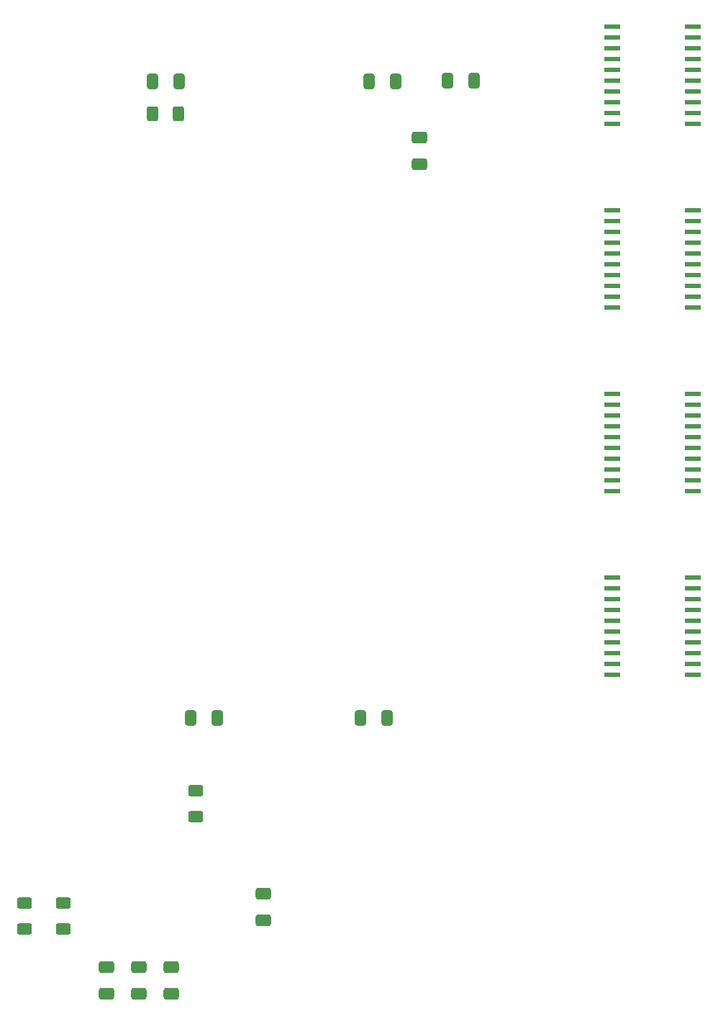
<source format=gbr>
%TF.GenerationSoftware,KiCad,Pcbnew,9.0.4*%
%TF.CreationDate,2025-09-28T00:55:06-04:00*%
%TF.ProjectId,8051,38303531-2e6b-4696-9361-645f70636258,rev?*%
%TF.SameCoordinates,Original*%
%TF.FileFunction,Paste,Top*%
%TF.FilePolarity,Positive*%
%FSLAX46Y46*%
G04 Gerber Fmt 4.6, Leading zero omitted, Abs format (unit mm)*
G04 Created by KiCad (PCBNEW 9.0.4) date 2025-09-28 00:55:06*
%MOMM*%
%LPD*%
G01*
G04 APERTURE LIST*
G04 Aperture macros list*
%AMRoundRect*
0 Rectangle with rounded corners*
0 $1 Rounding radius*
0 $2 $3 $4 $5 $6 $7 $8 $9 X,Y pos of 4 corners*
0 Add a 4 corners polygon primitive as box body*
4,1,4,$2,$3,$4,$5,$6,$7,$8,$9,$2,$3,0*
0 Add four circle primitives for the rounded corners*
1,1,$1+$1,$2,$3*
1,1,$1+$1,$4,$5*
1,1,$1+$1,$6,$7*
1,1,$1+$1,$8,$9*
0 Add four rect primitives between the rounded corners*
20,1,$1+$1,$2,$3,$4,$5,0*
20,1,$1+$1,$4,$5,$6,$7,0*
20,1,$1+$1,$6,$7,$8,$9,0*
20,1,$1+$1,$8,$9,$2,$3,0*%
G04 Aperture macros list end*
%ADD10R,1.879600X0.558800*%
%ADD11RoundRect,0.250000X0.650000X-0.412500X0.650000X0.412500X-0.650000X0.412500X-0.650000X-0.412500X0*%
%ADD12RoundRect,0.250000X0.625000X-0.400000X0.625000X0.400000X-0.625000X0.400000X-0.625000X-0.400000X0*%
%ADD13RoundRect,0.250000X0.412500X0.650000X-0.412500X0.650000X-0.412500X-0.650000X0.412500X-0.650000X0*%
%ADD14RoundRect,0.250000X0.400000X0.625000X-0.400000X0.625000X-0.400000X-0.625000X0.400000X-0.625000X0*%
%ADD15RoundRect,0.250000X-0.412500X-0.650000X0.412500X-0.650000X0.412500X0.650000X-0.412500X0.650000X0*%
%ADD16RoundRect,0.250000X-0.650000X0.412500X-0.650000X-0.412500X0.650000X-0.412500X0.650000X0.412500X0*%
G04 APERTURE END LIST*
D10*
%TO.C,U2*%
X204882100Y-37465000D03*
X204882100Y-38735000D03*
X204882100Y-40005000D03*
X204882100Y-41275000D03*
X204882100Y-42545000D03*
X204882100Y-43815000D03*
X204882100Y-45085000D03*
X204882100Y-46355000D03*
X204882100Y-47625000D03*
X204882100Y-48895000D03*
X195407900Y-48895000D03*
X195407900Y-47625000D03*
X195407900Y-46355000D03*
X195407900Y-45085000D03*
X195407900Y-43815000D03*
X195407900Y-42545000D03*
X195407900Y-41275000D03*
X195407900Y-40005000D03*
X195407900Y-38735000D03*
X195407900Y-37465000D03*
%TD*%
%TO.C,U3*%
X204882100Y-59055000D03*
X204882100Y-60325000D03*
X204882100Y-61595000D03*
X204882100Y-62865000D03*
X204882100Y-64135000D03*
X204882100Y-65405000D03*
X204882100Y-66675000D03*
X204882100Y-67945000D03*
X204882100Y-69215000D03*
X204882100Y-70485000D03*
X195407900Y-70485000D03*
X195407900Y-69215000D03*
X195407900Y-67945000D03*
X195407900Y-66675000D03*
X195407900Y-65405000D03*
X195407900Y-64135000D03*
X195407900Y-62865000D03*
X195407900Y-61595000D03*
X195407900Y-60325000D03*
X195407900Y-59055000D03*
%TD*%
%TO.C,U4*%
X195400000Y-80640000D03*
X195400000Y-81910000D03*
X195400000Y-83180000D03*
X195400000Y-84450000D03*
X195400000Y-85720000D03*
X195400000Y-86990000D03*
X195400000Y-88260000D03*
X195400000Y-89530000D03*
X195400000Y-90800000D03*
X195400000Y-92070000D03*
X204874200Y-92070000D03*
X204874200Y-90800000D03*
X204874200Y-89530000D03*
X204874200Y-88260000D03*
X204874200Y-86990000D03*
X204874200Y-85720000D03*
X204874200Y-84450000D03*
X204874200Y-83180000D03*
X204874200Y-81910000D03*
X204874200Y-80640000D03*
%TD*%
%TO.C,U5*%
X195407900Y-102235000D03*
X195407900Y-103505000D03*
X195407900Y-104775000D03*
X195407900Y-106045000D03*
X195407900Y-107315000D03*
X195407900Y-108585000D03*
X195407900Y-109855000D03*
X195407900Y-111125000D03*
X195407900Y-112395000D03*
X195407900Y-113665000D03*
X204882100Y-113665000D03*
X204882100Y-112395000D03*
X204882100Y-111125000D03*
X204882100Y-109855000D03*
X204882100Y-108585000D03*
X204882100Y-107315000D03*
X204882100Y-106045000D03*
X204882100Y-104775000D03*
X204882100Y-103505000D03*
X204882100Y-102235000D03*
%TD*%
D11*
%TO.C,C11*%
X154305000Y-139407500D03*
X154305000Y-142532500D03*
%TD*%
D12*
%TO.C,R2*%
X126230000Y-143536000D03*
X126230000Y-140436000D03*
%TD*%
%TO.C,R4*%
X146404000Y-127228000D03*
X146404000Y-130328000D03*
%TD*%
D13*
%TO.C,C3*%
X148882500Y-118745000D03*
X145757500Y-118745000D03*
%TD*%
D14*
%TO.C,R1*%
X141259000Y-47700000D03*
X144359000Y-47700000D03*
%TD*%
D15*
%TO.C,C7*%
X179108500Y-43815000D03*
X175983500Y-43815000D03*
%TD*%
D13*
%TO.C,C6*%
X166803500Y-43890000D03*
X169928500Y-43890000D03*
%TD*%
D12*
%TO.C,R3*%
X130810000Y-143556000D03*
X130810000Y-140456000D03*
%TD*%
D15*
%TO.C,C4*%
X144401500Y-43890000D03*
X141276500Y-43890000D03*
%TD*%
D16*
%TO.C,C10*%
X135850000Y-148043500D03*
X135850000Y-151168500D03*
%TD*%
D11*
%TO.C,C1*%
X172720000Y-53632500D03*
X172720000Y-50507500D03*
%TD*%
D16*
%TO.C,C8*%
X143510000Y-151168500D03*
X143510000Y-148043500D03*
%TD*%
D15*
%TO.C,C2*%
X165785000Y-118745000D03*
X168910000Y-118745000D03*
%TD*%
D16*
%TO.C,C9*%
X139700000Y-148043500D03*
X139700000Y-151168500D03*
%TD*%
M02*

</source>
